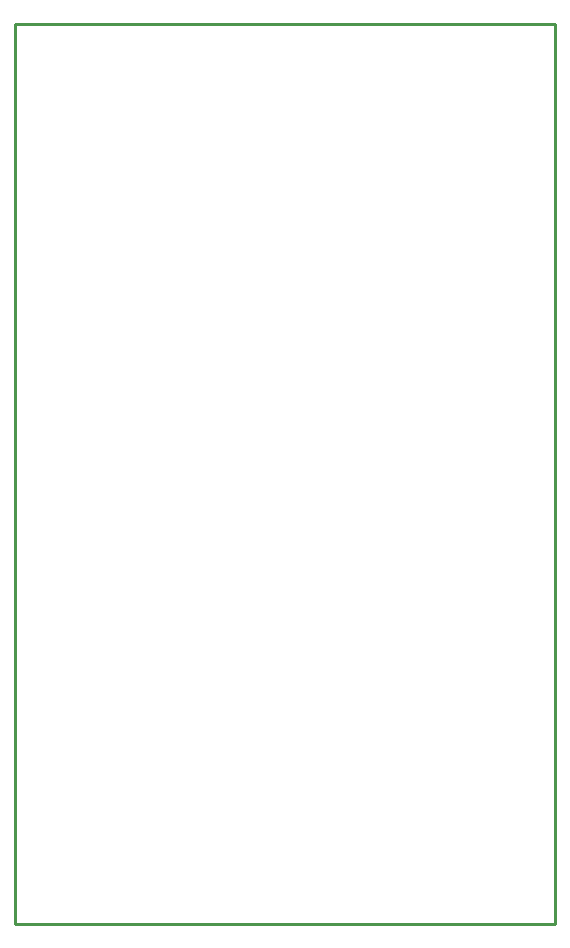
<source format=gbr>
G04 start of page 6 for group 4 idx 6 *
G04 Title: (unknown), outline *
G04 Creator: pcb 20140316 *
G04 CreationDate: Wed 27 Jan 2016 09:28:51 PM GMT UTC *
G04 For: veox *
G04 Format: Gerber/RS-274X *
G04 PCB-Dimensions (mil): 1800.00 3000.00 *
G04 PCB-Coordinate-Origin: lower left *
%MOIN*%
%FSLAX25Y25*%
%LNOUTLINE*%
%ADD33C,0.0100*%
G54D33*X0Y300000D02*Y0D01*
Y300000D02*X180000D01*
X0Y0D02*X180000D01*
Y300000D02*Y0D01*
M02*

</source>
